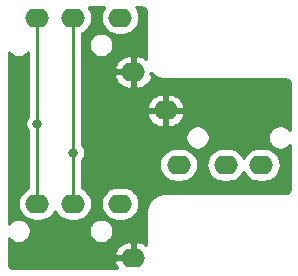
<source format=gbl>
G04 #@! TF.GenerationSoftware,KiCad,Pcbnew,5.1.4-e60b266~84~ubuntu16.04.1*
G04 #@! TF.CreationDate,2019-09-19T10:45:12-04:00*
G04 #@! TF.ProjectId,i2c_splitter,6932635f-7370-46c6-9974-7465722e6b69,1.0*
G04 #@! TF.SameCoordinates,Original*
G04 #@! TF.FileFunction,Copper,L2,Bot*
G04 #@! TF.FilePolarity,Positive*
%FSLAX46Y46*%
G04 Gerber Fmt 4.6, Leading zero omitted, Abs format (unit mm)*
G04 Created by KiCad (PCBNEW 5.1.4-e60b266~84~ubuntu16.04.1) date 2019-09-19 10:45:12*
%MOMM*%
%LPD*%
G04 APERTURE LIST*
%ADD10O,2.000000X1.600000*%
%ADD11C,0.800000*%
%ADD12C,0.250000*%
%ADD13C,0.254000*%
G04 APERTURE END LIST*
D10*
X143234000Y-95228000D03*
X144334000Y-99828000D03*
X151334000Y-99828000D03*
X148334000Y-99828000D03*
X140484000Y-107718000D03*
X139384000Y-103118000D03*
X132384000Y-103118000D03*
X135384000Y-103118000D03*
X140484000Y-91970000D03*
X139384000Y-87370000D03*
X132384000Y-87370000D03*
X135384000Y-87370000D03*
D11*
X132384000Y-96343000D03*
X135384000Y-98806000D03*
D12*
X132384000Y-102068000D02*
X132384000Y-96343000D01*
X132384000Y-103118000D02*
X132384000Y-102068000D01*
X132384000Y-96343000D02*
X132384000Y-87370000D01*
X135384000Y-102068000D02*
X135384000Y-98296000D01*
X135384000Y-103118000D02*
X135384000Y-102068000D01*
X135384000Y-98296000D02*
X135384000Y-87370000D01*
D13*
G36*
X137985068Y-86568899D02*
G01*
X137851818Y-86818192D01*
X137769764Y-87088691D01*
X137742057Y-87370000D01*
X137769764Y-87651309D01*
X137851818Y-87921808D01*
X137985068Y-88171101D01*
X138164392Y-88389608D01*
X138382899Y-88568932D01*
X138632192Y-88702182D01*
X138902691Y-88784236D01*
X139113508Y-88805000D01*
X139654492Y-88805000D01*
X139865309Y-88784236D01*
X140135808Y-88702182D01*
X140385101Y-88568932D01*
X140603608Y-88389608D01*
X140782932Y-88171101D01*
X140916182Y-87921808D01*
X140998236Y-87651309D01*
X141025943Y-87370000D01*
X140998236Y-87088691D01*
X140916182Y-86818192D01*
X140782932Y-86568899D01*
X140736236Y-86512000D01*
X141191719Y-86512000D01*
X141292533Y-86521885D01*
X141358457Y-86541789D01*
X141419255Y-86574115D01*
X141472619Y-86617639D01*
X141516512Y-86670696D01*
X141549266Y-86731271D01*
X141569628Y-86797053D01*
X141580000Y-86895731D01*
X141580001Y-90846195D01*
X141373227Y-90705570D01*
X141113306Y-90595404D01*
X140836887Y-90538063D01*
X140611000Y-90690526D01*
X140611000Y-91843000D01*
X140631000Y-91843000D01*
X140631000Y-92097000D01*
X140611000Y-92097000D01*
X140611000Y-93249474D01*
X140836887Y-93401937D01*
X141113306Y-93344596D01*
X141373227Y-93234430D01*
X141606662Y-93075673D01*
X141804639Y-92874425D01*
X141959551Y-92638421D01*
X142065444Y-92376730D01*
X142075904Y-92319039D01*
X141953916Y-92097002D01*
X142055096Y-92097002D01*
X142073969Y-92115744D01*
X142115851Y-92158513D01*
X142122952Y-92164387D01*
X142276614Y-92289711D01*
X142326423Y-92322803D01*
X142375795Y-92356610D01*
X142383902Y-92360993D01*
X142558980Y-92454084D01*
X142614275Y-92476875D01*
X142669270Y-92500446D01*
X142678074Y-92503171D01*
X142867900Y-92560482D01*
X142926566Y-92572098D01*
X142985087Y-92584537D01*
X142994252Y-92585500D01*
X143191593Y-92604850D01*
X143191598Y-92604850D01*
X143223581Y-92608000D01*
X153383719Y-92608000D01*
X153484533Y-92617885D01*
X153550457Y-92637789D01*
X153611255Y-92670115D01*
X153664619Y-92713639D01*
X153708512Y-92766696D01*
X153741266Y-92827271D01*
X153761628Y-92893053D01*
X153772000Y-92991731D01*
X153772000Y-96919206D01*
X153737937Y-96868226D01*
X153593774Y-96724063D01*
X153424256Y-96610795D01*
X153235898Y-96532774D01*
X153035939Y-96493000D01*
X152832061Y-96493000D01*
X152632102Y-96532774D01*
X152443744Y-96610795D01*
X152274226Y-96724063D01*
X152130063Y-96868226D01*
X152016795Y-97037744D01*
X151938774Y-97226102D01*
X151899000Y-97426061D01*
X151899000Y-97629939D01*
X151938774Y-97829898D01*
X152016795Y-98018256D01*
X152130063Y-98187774D01*
X152274226Y-98331937D01*
X152443744Y-98445205D01*
X152632102Y-98523226D01*
X152832061Y-98563000D01*
X153035939Y-98563000D01*
X153235898Y-98523226D01*
X153424256Y-98445205D01*
X153593774Y-98331937D01*
X153737937Y-98187774D01*
X153772001Y-98136794D01*
X153772001Y-101821709D01*
X153762115Y-101922531D01*
X153742211Y-101988458D01*
X153709885Y-102049255D01*
X153666362Y-102102618D01*
X153613300Y-102146515D01*
X153552727Y-102179266D01*
X153486947Y-102199628D01*
X153388269Y-102210000D01*
X143223581Y-102210000D01*
X143195309Y-102212784D01*
X143189088Y-102212741D01*
X143179917Y-102213641D01*
X142982715Y-102234368D01*
X142924151Y-102246390D01*
X142865362Y-102257604D01*
X142856540Y-102260268D01*
X142667118Y-102318903D01*
X142612005Y-102342071D01*
X142556507Y-102364493D01*
X142548371Y-102368820D01*
X142373947Y-102463130D01*
X142324331Y-102496597D01*
X142274301Y-102529335D01*
X142267160Y-102535159D01*
X142114376Y-102661553D01*
X142072237Y-102703988D01*
X142029487Y-102745851D01*
X142023613Y-102752952D01*
X141898289Y-102906614D01*
X141865174Y-102956456D01*
X141831390Y-103005796D01*
X141827007Y-103013902D01*
X141733916Y-103188980D01*
X141711125Y-103244275D01*
X141687554Y-103299270D01*
X141684829Y-103308073D01*
X141627518Y-103497900D01*
X141615900Y-103556580D01*
X141603463Y-103615087D01*
X141602500Y-103624252D01*
X141583150Y-103821594D01*
X141583150Y-103821599D01*
X141580000Y-103853582D01*
X141580001Y-106594195D01*
X141373227Y-106453570D01*
X141113306Y-106343404D01*
X140836887Y-106286063D01*
X140611000Y-106438526D01*
X140611000Y-107591000D01*
X140631000Y-107591000D01*
X140631000Y-107845000D01*
X140611000Y-107845000D01*
X140611000Y-107865000D01*
X140357000Y-107865000D01*
X140357000Y-107845000D01*
X139014085Y-107845000D01*
X138892096Y-108067039D01*
X138902556Y-108124730D01*
X139008449Y-108386421D01*
X139122386Y-108560000D01*
X130334281Y-108560000D01*
X130233469Y-108550115D01*
X130167542Y-108530211D01*
X130106745Y-108497885D01*
X130053382Y-108454362D01*
X130009485Y-108401300D01*
X129976734Y-108340727D01*
X129956372Y-108274947D01*
X129946000Y-108176269D01*
X129946000Y-107368961D01*
X138892096Y-107368961D01*
X139014085Y-107591000D01*
X140357000Y-107591000D01*
X140357000Y-106438526D01*
X140131113Y-106286063D01*
X139854694Y-106343404D01*
X139594773Y-106453570D01*
X139361338Y-106612327D01*
X139163361Y-106813575D01*
X139008449Y-107049579D01*
X138902556Y-107311270D01*
X138892096Y-107368961D01*
X129946000Y-107368961D01*
X129946000Y-106026795D01*
X129980063Y-106077774D01*
X130124226Y-106221937D01*
X130293744Y-106335205D01*
X130482102Y-106413226D01*
X130682061Y-106453000D01*
X130885939Y-106453000D01*
X131085898Y-106413226D01*
X131274256Y-106335205D01*
X131443774Y-106221937D01*
X131587937Y-106077774D01*
X131701205Y-105908256D01*
X131779226Y-105719898D01*
X131819000Y-105519939D01*
X131819000Y-105316061D01*
X136749000Y-105316061D01*
X136749000Y-105519939D01*
X136788774Y-105719898D01*
X136866795Y-105908256D01*
X136980063Y-106077774D01*
X137124226Y-106221937D01*
X137293744Y-106335205D01*
X137482102Y-106413226D01*
X137682061Y-106453000D01*
X137885939Y-106453000D01*
X138085898Y-106413226D01*
X138274256Y-106335205D01*
X138443774Y-106221937D01*
X138587937Y-106077774D01*
X138701205Y-105908256D01*
X138779226Y-105719898D01*
X138819000Y-105519939D01*
X138819000Y-105316061D01*
X138779226Y-105116102D01*
X138701205Y-104927744D01*
X138587937Y-104758226D01*
X138443774Y-104614063D01*
X138274256Y-104500795D01*
X138085898Y-104422774D01*
X137885939Y-104383000D01*
X137682061Y-104383000D01*
X137482102Y-104422774D01*
X137293744Y-104500795D01*
X137124226Y-104614063D01*
X136980063Y-104758226D01*
X136866795Y-104927744D01*
X136788774Y-105116102D01*
X136749000Y-105316061D01*
X131819000Y-105316061D01*
X131779226Y-105116102D01*
X131701205Y-104927744D01*
X131587937Y-104758226D01*
X131443774Y-104614063D01*
X131274256Y-104500795D01*
X131085898Y-104422774D01*
X130885939Y-104383000D01*
X130682061Y-104383000D01*
X130482102Y-104422774D01*
X130293744Y-104500795D01*
X130124226Y-104614063D01*
X129980063Y-104758226D01*
X129946000Y-104809205D01*
X129946000Y-90278795D01*
X129980063Y-90329774D01*
X130124226Y-90473937D01*
X130293744Y-90587205D01*
X130482102Y-90665226D01*
X130682061Y-90705000D01*
X130885939Y-90705000D01*
X131085898Y-90665226D01*
X131274256Y-90587205D01*
X131443774Y-90473937D01*
X131587937Y-90329774D01*
X131624001Y-90275801D01*
X131624000Y-95639289D01*
X131580063Y-95683226D01*
X131466795Y-95852744D01*
X131388774Y-96041102D01*
X131349000Y-96241061D01*
X131349000Y-96444939D01*
X131388774Y-96644898D01*
X131466795Y-96833256D01*
X131580063Y-97002774D01*
X131624001Y-97046712D01*
X131624000Y-101790197D01*
X131382899Y-101919068D01*
X131164392Y-102098392D01*
X130985068Y-102316899D01*
X130851818Y-102566192D01*
X130769764Y-102836691D01*
X130742057Y-103118000D01*
X130769764Y-103399309D01*
X130851818Y-103669808D01*
X130985068Y-103919101D01*
X131164392Y-104137608D01*
X131382899Y-104316932D01*
X131632192Y-104450182D01*
X131902691Y-104532236D01*
X132113508Y-104553000D01*
X132654492Y-104553000D01*
X132865309Y-104532236D01*
X133135808Y-104450182D01*
X133385101Y-104316932D01*
X133603608Y-104137608D01*
X133782932Y-103919101D01*
X133884000Y-103730016D01*
X133985068Y-103919101D01*
X134164392Y-104137608D01*
X134382899Y-104316932D01*
X134632192Y-104450182D01*
X134902691Y-104532236D01*
X135113508Y-104553000D01*
X135654492Y-104553000D01*
X135865309Y-104532236D01*
X136135808Y-104450182D01*
X136385101Y-104316932D01*
X136603608Y-104137608D01*
X136782932Y-103919101D01*
X136916182Y-103669808D01*
X136998236Y-103399309D01*
X137025943Y-103118000D01*
X137742057Y-103118000D01*
X137769764Y-103399309D01*
X137851818Y-103669808D01*
X137985068Y-103919101D01*
X138164392Y-104137608D01*
X138382899Y-104316932D01*
X138632192Y-104450182D01*
X138902691Y-104532236D01*
X139113508Y-104553000D01*
X139654492Y-104553000D01*
X139865309Y-104532236D01*
X140135808Y-104450182D01*
X140385101Y-104316932D01*
X140603608Y-104137608D01*
X140782932Y-103919101D01*
X140916182Y-103669808D01*
X140998236Y-103399309D01*
X141025943Y-103118000D01*
X140998236Y-102836691D01*
X140916182Y-102566192D01*
X140782932Y-102316899D01*
X140603608Y-102098392D01*
X140385101Y-101919068D01*
X140135808Y-101785818D01*
X139865309Y-101703764D01*
X139654492Y-101683000D01*
X139113508Y-101683000D01*
X138902691Y-101703764D01*
X138632192Y-101785818D01*
X138382899Y-101919068D01*
X138164392Y-102098392D01*
X137985068Y-102316899D01*
X137851818Y-102566192D01*
X137769764Y-102836691D01*
X137742057Y-103118000D01*
X137025943Y-103118000D01*
X136998236Y-102836691D01*
X136916182Y-102566192D01*
X136782932Y-102316899D01*
X136603608Y-102098392D01*
X136385101Y-101919068D01*
X136144000Y-101790197D01*
X136144000Y-99828000D01*
X142692057Y-99828000D01*
X142719764Y-100109309D01*
X142801818Y-100379808D01*
X142935068Y-100629101D01*
X143114392Y-100847608D01*
X143332899Y-101026932D01*
X143582192Y-101160182D01*
X143852691Y-101242236D01*
X144063508Y-101263000D01*
X144604492Y-101263000D01*
X144815309Y-101242236D01*
X145085808Y-101160182D01*
X145335101Y-101026932D01*
X145553608Y-100847608D01*
X145732932Y-100629101D01*
X145866182Y-100379808D01*
X145948236Y-100109309D01*
X145975943Y-99828000D01*
X146692057Y-99828000D01*
X146719764Y-100109309D01*
X146801818Y-100379808D01*
X146935068Y-100629101D01*
X147114392Y-100847608D01*
X147332899Y-101026932D01*
X147582192Y-101160182D01*
X147852691Y-101242236D01*
X148063508Y-101263000D01*
X148604492Y-101263000D01*
X148815309Y-101242236D01*
X149085808Y-101160182D01*
X149335101Y-101026932D01*
X149553608Y-100847608D01*
X149732932Y-100629101D01*
X149834000Y-100440016D01*
X149935068Y-100629101D01*
X150114392Y-100847608D01*
X150332899Y-101026932D01*
X150582192Y-101160182D01*
X150852691Y-101242236D01*
X151063508Y-101263000D01*
X151604492Y-101263000D01*
X151815309Y-101242236D01*
X152085808Y-101160182D01*
X152335101Y-101026932D01*
X152553608Y-100847608D01*
X152732932Y-100629101D01*
X152866182Y-100379808D01*
X152948236Y-100109309D01*
X152975943Y-99828000D01*
X152948236Y-99546691D01*
X152866182Y-99276192D01*
X152732932Y-99026899D01*
X152553608Y-98808392D01*
X152335101Y-98629068D01*
X152085808Y-98495818D01*
X151815309Y-98413764D01*
X151604492Y-98393000D01*
X151063508Y-98393000D01*
X150852691Y-98413764D01*
X150582192Y-98495818D01*
X150332899Y-98629068D01*
X150114392Y-98808392D01*
X149935068Y-99026899D01*
X149834000Y-99215984D01*
X149732932Y-99026899D01*
X149553608Y-98808392D01*
X149335101Y-98629068D01*
X149085808Y-98495818D01*
X148815309Y-98413764D01*
X148604492Y-98393000D01*
X148063508Y-98393000D01*
X147852691Y-98413764D01*
X147582192Y-98495818D01*
X147332899Y-98629068D01*
X147114392Y-98808392D01*
X146935068Y-99026899D01*
X146801818Y-99276192D01*
X146719764Y-99546691D01*
X146692057Y-99828000D01*
X145975943Y-99828000D01*
X145948236Y-99546691D01*
X145866182Y-99276192D01*
X145732932Y-99026899D01*
X145553608Y-98808392D01*
X145335101Y-98629068D01*
X145085808Y-98495818D01*
X144815309Y-98413764D01*
X144604492Y-98393000D01*
X144063508Y-98393000D01*
X143852691Y-98413764D01*
X143582192Y-98495818D01*
X143332899Y-98629068D01*
X143114392Y-98808392D01*
X142935068Y-99026899D01*
X142801818Y-99276192D01*
X142719764Y-99546691D01*
X142692057Y-99828000D01*
X136144000Y-99828000D01*
X136144000Y-99509711D01*
X136187937Y-99465774D01*
X136301205Y-99296256D01*
X136379226Y-99107898D01*
X136419000Y-98907939D01*
X136419000Y-98704061D01*
X136379226Y-98504102D01*
X136301205Y-98315744D01*
X136187937Y-98146226D01*
X136144000Y-98102289D01*
X136144000Y-97426061D01*
X144899000Y-97426061D01*
X144899000Y-97629939D01*
X144938774Y-97829898D01*
X145016795Y-98018256D01*
X145130063Y-98187774D01*
X145274226Y-98331937D01*
X145443744Y-98445205D01*
X145632102Y-98523226D01*
X145832061Y-98563000D01*
X146035939Y-98563000D01*
X146235898Y-98523226D01*
X146424256Y-98445205D01*
X146593774Y-98331937D01*
X146737937Y-98187774D01*
X146851205Y-98018256D01*
X146929226Y-97829898D01*
X146969000Y-97629939D01*
X146969000Y-97426061D01*
X146929226Y-97226102D01*
X146851205Y-97037744D01*
X146737937Y-96868226D01*
X146593774Y-96724063D01*
X146424256Y-96610795D01*
X146235898Y-96532774D01*
X146035939Y-96493000D01*
X145832061Y-96493000D01*
X145632102Y-96532774D01*
X145443744Y-96610795D01*
X145274226Y-96724063D01*
X145130063Y-96868226D01*
X145016795Y-97037744D01*
X144938774Y-97226102D01*
X144899000Y-97426061D01*
X136144000Y-97426061D01*
X136144000Y-95577039D01*
X141642096Y-95577039D01*
X141652556Y-95634730D01*
X141758449Y-95896421D01*
X141913361Y-96132425D01*
X142111338Y-96333673D01*
X142344773Y-96492430D01*
X142604694Y-96602596D01*
X142881113Y-96659937D01*
X143107000Y-96507474D01*
X143107000Y-95355000D01*
X143361000Y-95355000D01*
X143361000Y-96507474D01*
X143586887Y-96659937D01*
X143863306Y-96602596D01*
X144123227Y-96492430D01*
X144356662Y-96333673D01*
X144554639Y-96132425D01*
X144709551Y-95896421D01*
X144815444Y-95634730D01*
X144825904Y-95577039D01*
X144703915Y-95355000D01*
X143361000Y-95355000D01*
X143107000Y-95355000D01*
X141764085Y-95355000D01*
X141642096Y-95577039D01*
X136144000Y-95577039D01*
X136144000Y-94878961D01*
X141642096Y-94878961D01*
X141764085Y-95101000D01*
X143107000Y-95101000D01*
X143107000Y-93948526D01*
X143361000Y-93948526D01*
X143361000Y-95101000D01*
X144703915Y-95101000D01*
X144825904Y-94878961D01*
X144815444Y-94821270D01*
X144709551Y-94559579D01*
X144554639Y-94323575D01*
X144356662Y-94122327D01*
X144123227Y-93963570D01*
X143863306Y-93853404D01*
X143586887Y-93796063D01*
X143361000Y-93948526D01*
X143107000Y-93948526D01*
X142881113Y-93796063D01*
X142604694Y-93853404D01*
X142344773Y-93963570D01*
X142111338Y-94122327D01*
X141913361Y-94323575D01*
X141758449Y-94559579D01*
X141652556Y-94821270D01*
X141642096Y-94878961D01*
X136144000Y-94878961D01*
X136144000Y-92319039D01*
X138892096Y-92319039D01*
X138902556Y-92376730D01*
X139008449Y-92638421D01*
X139163361Y-92874425D01*
X139361338Y-93075673D01*
X139594773Y-93234430D01*
X139854694Y-93344596D01*
X140131113Y-93401937D01*
X140357000Y-93249474D01*
X140357000Y-92097000D01*
X139014085Y-92097000D01*
X138892096Y-92319039D01*
X136144000Y-92319039D01*
X136144000Y-91620961D01*
X138892096Y-91620961D01*
X139014085Y-91843000D01*
X140357000Y-91843000D01*
X140357000Y-90690526D01*
X140131113Y-90538063D01*
X139854694Y-90595404D01*
X139594773Y-90705570D01*
X139361338Y-90864327D01*
X139163361Y-91065575D01*
X139008449Y-91301579D01*
X138902556Y-91563270D01*
X138892096Y-91620961D01*
X136144000Y-91620961D01*
X136144000Y-89568061D01*
X136749000Y-89568061D01*
X136749000Y-89771939D01*
X136788774Y-89971898D01*
X136866795Y-90160256D01*
X136980063Y-90329774D01*
X137124226Y-90473937D01*
X137293744Y-90587205D01*
X137482102Y-90665226D01*
X137682061Y-90705000D01*
X137885939Y-90705000D01*
X138085898Y-90665226D01*
X138274256Y-90587205D01*
X138443774Y-90473937D01*
X138587937Y-90329774D01*
X138701205Y-90160256D01*
X138779226Y-89971898D01*
X138819000Y-89771939D01*
X138819000Y-89568061D01*
X138779226Y-89368102D01*
X138701205Y-89179744D01*
X138587937Y-89010226D01*
X138443774Y-88866063D01*
X138274256Y-88752795D01*
X138085898Y-88674774D01*
X137885939Y-88635000D01*
X137682061Y-88635000D01*
X137482102Y-88674774D01*
X137293744Y-88752795D01*
X137124226Y-88866063D01*
X136980063Y-89010226D01*
X136866795Y-89179744D01*
X136788774Y-89368102D01*
X136749000Y-89568061D01*
X136144000Y-89568061D01*
X136144000Y-88697803D01*
X136385101Y-88568932D01*
X136603608Y-88389608D01*
X136782932Y-88171101D01*
X136916182Y-87921808D01*
X136998236Y-87651309D01*
X137025943Y-87370000D01*
X136998236Y-87088691D01*
X136916182Y-86818192D01*
X136782932Y-86568899D01*
X136736236Y-86512000D01*
X138031764Y-86512000D01*
X137985068Y-86568899D01*
X137985068Y-86568899D01*
G37*
X137985068Y-86568899D02*
X137851818Y-86818192D01*
X137769764Y-87088691D01*
X137742057Y-87370000D01*
X137769764Y-87651309D01*
X137851818Y-87921808D01*
X137985068Y-88171101D01*
X138164392Y-88389608D01*
X138382899Y-88568932D01*
X138632192Y-88702182D01*
X138902691Y-88784236D01*
X139113508Y-88805000D01*
X139654492Y-88805000D01*
X139865309Y-88784236D01*
X140135808Y-88702182D01*
X140385101Y-88568932D01*
X140603608Y-88389608D01*
X140782932Y-88171101D01*
X140916182Y-87921808D01*
X140998236Y-87651309D01*
X141025943Y-87370000D01*
X140998236Y-87088691D01*
X140916182Y-86818192D01*
X140782932Y-86568899D01*
X140736236Y-86512000D01*
X141191719Y-86512000D01*
X141292533Y-86521885D01*
X141358457Y-86541789D01*
X141419255Y-86574115D01*
X141472619Y-86617639D01*
X141516512Y-86670696D01*
X141549266Y-86731271D01*
X141569628Y-86797053D01*
X141580000Y-86895731D01*
X141580001Y-90846195D01*
X141373227Y-90705570D01*
X141113306Y-90595404D01*
X140836887Y-90538063D01*
X140611000Y-90690526D01*
X140611000Y-91843000D01*
X140631000Y-91843000D01*
X140631000Y-92097000D01*
X140611000Y-92097000D01*
X140611000Y-93249474D01*
X140836887Y-93401937D01*
X141113306Y-93344596D01*
X141373227Y-93234430D01*
X141606662Y-93075673D01*
X141804639Y-92874425D01*
X141959551Y-92638421D01*
X142065444Y-92376730D01*
X142075904Y-92319039D01*
X141953916Y-92097002D01*
X142055096Y-92097002D01*
X142073969Y-92115744D01*
X142115851Y-92158513D01*
X142122952Y-92164387D01*
X142276614Y-92289711D01*
X142326423Y-92322803D01*
X142375795Y-92356610D01*
X142383902Y-92360993D01*
X142558980Y-92454084D01*
X142614275Y-92476875D01*
X142669270Y-92500446D01*
X142678074Y-92503171D01*
X142867900Y-92560482D01*
X142926566Y-92572098D01*
X142985087Y-92584537D01*
X142994252Y-92585500D01*
X143191593Y-92604850D01*
X143191598Y-92604850D01*
X143223581Y-92608000D01*
X153383719Y-92608000D01*
X153484533Y-92617885D01*
X153550457Y-92637789D01*
X153611255Y-92670115D01*
X153664619Y-92713639D01*
X153708512Y-92766696D01*
X153741266Y-92827271D01*
X153761628Y-92893053D01*
X153772000Y-92991731D01*
X153772000Y-96919206D01*
X153737937Y-96868226D01*
X153593774Y-96724063D01*
X153424256Y-96610795D01*
X153235898Y-96532774D01*
X153035939Y-96493000D01*
X152832061Y-96493000D01*
X152632102Y-96532774D01*
X152443744Y-96610795D01*
X152274226Y-96724063D01*
X152130063Y-96868226D01*
X152016795Y-97037744D01*
X151938774Y-97226102D01*
X151899000Y-97426061D01*
X151899000Y-97629939D01*
X151938774Y-97829898D01*
X152016795Y-98018256D01*
X152130063Y-98187774D01*
X152274226Y-98331937D01*
X152443744Y-98445205D01*
X152632102Y-98523226D01*
X152832061Y-98563000D01*
X153035939Y-98563000D01*
X153235898Y-98523226D01*
X153424256Y-98445205D01*
X153593774Y-98331937D01*
X153737937Y-98187774D01*
X153772001Y-98136794D01*
X153772001Y-101821709D01*
X153762115Y-101922531D01*
X153742211Y-101988458D01*
X153709885Y-102049255D01*
X153666362Y-102102618D01*
X153613300Y-102146515D01*
X153552727Y-102179266D01*
X153486947Y-102199628D01*
X153388269Y-102210000D01*
X143223581Y-102210000D01*
X143195309Y-102212784D01*
X143189088Y-102212741D01*
X143179917Y-102213641D01*
X142982715Y-102234368D01*
X142924151Y-102246390D01*
X142865362Y-102257604D01*
X142856540Y-102260268D01*
X142667118Y-102318903D01*
X142612005Y-102342071D01*
X142556507Y-102364493D01*
X142548371Y-102368820D01*
X142373947Y-102463130D01*
X142324331Y-102496597D01*
X142274301Y-102529335D01*
X142267160Y-102535159D01*
X142114376Y-102661553D01*
X142072237Y-102703988D01*
X142029487Y-102745851D01*
X142023613Y-102752952D01*
X141898289Y-102906614D01*
X141865174Y-102956456D01*
X141831390Y-103005796D01*
X141827007Y-103013902D01*
X141733916Y-103188980D01*
X141711125Y-103244275D01*
X141687554Y-103299270D01*
X141684829Y-103308073D01*
X141627518Y-103497900D01*
X141615900Y-103556580D01*
X141603463Y-103615087D01*
X141602500Y-103624252D01*
X141583150Y-103821594D01*
X141583150Y-103821599D01*
X141580000Y-103853582D01*
X141580001Y-106594195D01*
X141373227Y-106453570D01*
X141113306Y-106343404D01*
X140836887Y-106286063D01*
X140611000Y-106438526D01*
X140611000Y-107591000D01*
X140631000Y-107591000D01*
X140631000Y-107845000D01*
X140611000Y-107845000D01*
X140611000Y-107865000D01*
X140357000Y-107865000D01*
X140357000Y-107845000D01*
X139014085Y-107845000D01*
X138892096Y-108067039D01*
X138902556Y-108124730D01*
X139008449Y-108386421D01*
X139122386Y-108560000D01*
X130334281Y-108560000D01*
X130233469Y-108550115D01*
X130167542Y-108530211D01*
X130106745Y-108497885D01*
X130053382Y-108454362D01*
X130009485Y-108401300D01*
X129976734Y-108340727D01*
X129956372Y-108274947D01*
X129946000Y-108176269D01*
X129946000Y-107368961D01*
X138892096Y-107368961D01*
X139014085Y-107591000D01*
X140357000Y-107591000D01*
X140357000Y-106438526D01*
X140131113Y-106286063D01*
X139854694Y-106343404D01*
X139594773Y-106453570D01*
X139361338Y-106612327D01*
X139163361Y-106813575D01*
X139008449Y-107049579D01*
X138902556Y-107311270D01*
X138892096Y-107368961D01*
X129946000Y-107368961D01*
X129946000Y-106026795D01*
X129980063Y-106077774D01*
X130124226Y-106221937D01*
X130293744Y-106335205D01*
X130482102Y-106413226D01*
X130682061Y-106453000D01*
X130885939Y-106453000D01*
X131085898Y-106413226D01*
X131274256Y-106335205D01*
X131443774Y-106221937D01*
X131587937Y-106077774D01*
X131701205Y-105908256D01*
X131779226Y-105719898D01*
X131819000Y-105519939D01*
X131819000Y-105316061D01*
X136749000Y-105316061D01*
X136749000Y-105519939D01*
X136788774Y-105719898D01*
X136866795Y-105908256D01*
X136980063Y-106077774D01*
X137124226Y-106221937D01*
X137293744Y-106335205D01*
X137482102Y-106413226D01*
X137682061Y-106453000D01*
X137885939Y-106453000D01*
X138085898Y-106413226D01*
X138274256Y-106335205D01*
X138443774Y-106221937D01*
X138587937Y-106077774D01*
X138701205Y-105908256D01*
X138779226Y-105719898D01*
X138819000Y-105519939D01*
X138819000Y-105316061D01*
X138779226Y-105116102D01*
X138701205Y-104927744D01*
X138587937Y-104758226D01*
X138443774Y-104614063D01*
X138274256Y-104500795D01*
X138085898Y-104422774D01*
X137885939Y-104383000D01*
X137682061Y-104383000D01*
X137482102Y-104422774D01*
X137293744Y-104500795D01*
X137124226Y-104614063D01*
X136980063Y-104758226D01*
X136866795Y-104927744D01*
X136788774Y-105116102D01*
X136749000Y-105316061D01*
X131819000Y-105316061D01*
X131779226Y-105116102D01*
X131701205Y-104927744D01*
X131587937Y-104758226D01*
X131443774Y-104614063D01*
X131274256Y-104500795D01*
X131085898Y-104422774D01*
X130885939Y-104383000D01*
X130682061Y-104383000D01*
X130482102Y-104422774D01*
X130293744Y-104500795D01*
X130124226Y-104614063D01*
X129980063Y-104758226D01*
X129946000Y-104809205D01*
X129946000Y-90278795D01*
X129980063Y-90329774D01*
X130124226Y-90473937D01*
X130293744Y-90587205D01*
X130482102Y-90665226D01*
X130682061Y-90705000D01*
X130885939Y-90705000D01*
X131085898Y-90665226D01*
X131274256Y-90587205D01*
X131443774Y-90473937D01*
X131587937Y-90329774D01*
X131624001Y-90275801D01*
X131624000Y-95639289D01*
X131580063Y-95683226D01*
X131466795Y-95852744D01*
X131388774Y-96041102D01*
X131349000Y-96241061D01*
X131349000Y-96444939D01*
X131388774Y-96644898D01*
X131466795Y-96833256D01*
X131580063Y-97002774D01*
X131624001Y-97046712D01*
X131624000Y-101790197D01*
X131382899Y-101919068D01*
X131164392Y-102098392D01*
X130985068Y-102316899D01*
X130851818Y-102566192D01*
X130769764Y-102836691D01*
X130742057Y-103118000D01*
X130769764Y-103399309D01*
X130851818Y-103669808D01*
X130985068Y-103919101D01*
X131164392Y-104137608D01*
X131382899Y-104316932D01*
X131632192Y-104450182D01*
X131902691Y-104532236D01*
X132113508Y-104553000D01*
X132654492Y-104553000D01*
X132865309Y-104532236D01*
X133135808Y-104450182D01*
X133385101Y-104316932D01*
X133603608Y-104137608D01*
X133782932Y-103919101D01*
X133884000Y-103730016D01*
X133985068Y-103919101D01*
X134164392Y-104137608D01*
X134382899Y-104316932D01*
X134632192Y-104450182D01*
X134902691Y-104532236D01*
X135113508Y-104553000D01*
X135654492Y-104553000D01*
X135865309Y-104532236D01*
X136135808Y-104450182D01*
X136385101Y-104316932D01*
X136603608Y-104137608D01*
X136782932Y-103919101D01*
X136916182Y-103669808D01*
X136998236Y-103399309D01*
X137025943Y-103118000D01*
X137742057Y-103118000D01*
X137769764Y-103399309D01*
X137851818Y-103669808D01*
X137985068Y-103919101D01*
X138164392Y-104137608D01*
X138382899Y-104316932D01*
X138632192Y-104450182D01*
X138902691Y-104532236D01*
X139113508Y-104553000D01*
X139654492Y-104553000D01*
X139865309Y-104532236D01*
X140135808Y-104450182D01*
X140385101Y-104316932D01*
X140603608Y-104137608D01*
X140782932Y-103919101D01*
X140916182Y-103669808D01*
X140998236Y-103399309D01*
X141025943Y-103118000D01*
X140998236Y-102836691D01*
X140916182Y-102566192D01*
X140782932Y-102316899D01*
X140603608Y-102098392D01*
X140385101Y-101919068D01*
X140135808Y-101785818D01*
X139865309Y-101703764D01*
X139654492Y-101683000D01*
X139113508Y-101683000D01*
X138902691Y-101703764D01*
X138632192Y-101785818D01*
X138382899Y-101919068D01*
X138164392Y-102098392D01*
X137985068Y-102316899D01*
X137851818Y-102566192D01*
X137769764Y-102836691D01*
X137742057Y-103118000D01*
X137025943Y-103118000D01*
X136998236Y-102836691D01*
X136916182Y-102566192D01*
X136782932Y-102316899D01*
X136603608Y-102098392D01*
X136385101Y-101919068D01*
X136144000Y-101790197D01*
X136144000Y-99828000D01*
X142692057Y-99828000D01*
X142719764Y-100109309D01*
X142801818Y-100379808D01*
X142935068Y-100629101D01*
X143114392Y-100847608D01*
X143332899Y-101026932D01*
X143582192Y-101160182D01*
X143852691Y-101242236D01*
X144063508Y-101263000D01*
X144604492Y-101263000D01*
X144815309Y-101242236D01*
X145085808Y-101160182D01*
X145335101Y-101026932D01*
X145553608Y-100847608D01*
X145732932Y-100629101D01*
X145866182Y-100379808D01*
X145948236Y-100109309D01*
X145975943Y-99828000D01*
X146692057Y-99828000D01*
X146719764Y-100109309D01*
X146801818Y-100379808D01*
X146935068Y-100629101D01*
X147114392Y-100847608D01*
X147332899Y-101026932D01*
X147582192Y-101160182D01*
X147852691Y-101242236D01*
X148063508Y-101263000D01*
X148604492Y-101263000D01*
X148815309Y-101242236D01*
X149085808Y-101160182D01*
X149335101Y-101026932D01*
X149553608Y-100847608D01*
X149732932Y-100629101D01*
X149834000Y-100440016D01*
X149935068Y-100629101D01*
X150114392Y-100847608D01*
X150332899Y-101026932D01*
X150582192Y-101160182D01*
X150852691Y-101242236D01*
X151063508Y-101263000D01*
X151604492Y-101263000D01*
X151815309Y-101242236D01*
X152085808Y-101160182D01*
X152335101Y-101026932D01*
X152553608Y-100847608D01*
X152732932Y-100629101D01*
X152866182Y-100379808D01*
X152948236Y-100109309D01*
X152975943Y-99828000D01*
X152948236Y-99546691D01*
X152866182Y-99276192D01*
X152732932Y-99026899D01*
X152553608Y-98808392D01*
X152335101Y-98629068D01*
X152085808Y-98495818D01*
X151815309Y-98413764D01*
X151604492Y-98393000D01*
X151063508Y-98393000D01*
X150852691Y-98413764D01*
X150582192Y-98495818D01*
X150332899Y-98629068D01*
X150114392Y-98808392D01*
X149935068Y-99026899D01*
X149834000Y-99215984D01*
X149732932Y-99026899D01*
X149553608Y-98808392D01*
X149335101Y-98629068D01*
X149085808Y-98495818D01*
X148815309Y-98413764D01*
X148604492Y-98393000D01*
X148063508Y-98393000D01*
X147852691Y-98413764D01*
X147582192Y-98495818D01*
X147332899Y-98629068D01*
X147114392Y-98808392D01*
X146935068Y-99026899D01*
X146801818Y-99276192D01*
X146719764Y-99546691D01*
X146692057Y-99828000D01*
X145975943Y-99828000D01*
X145948236Y-99546691D01*
X145866182Y-99276192D01*
X145732932Y-99026899D01*
X145553608Y-98808392D01*
X145335101Y-98629068D01*
X145085808Y-98495818D01*
X144815309Y-98413764D01*
X144604492Y-98393000D01*
X144063508Y-98393000D01*
X143852691Y-98413764D01*
X143582192Y-98495818D01*
X143332899Y-98629068D01*
X143114392Y-98808392D01*
X142935068Y-99026899D01*
X142801818Y-99276192D01*
X142719764Y-99546691D01*
X142692057Y-99828000D01*
X136144000Y-99828000D01*
X136144000Y-99509711D01*
X136187937Y-99465774D01*
X136301205Y-99296256D01*
X136379226Y-99107898D01*
X136419000Y-98907939D01*
X136419000Y-98704061D01*
X136379226Y-98504102D01*
X136301205Y-98315744D01*
X136187937Y-98146226D01*
X136144000Y-98102289D01*
X136144000Y-97426061D01*
X144899000Y-97426061D01*
X144899000Y-97629939D01*
X144938774Y-97829898D01*
X145016795Y-98018256D01*
X145130063Y-98187774D01*
X145274226Y-98331937D01*
X145443744Y-98445205D01*
X145632102Y-98523226D01*
X145832061Y-98563000D01*
X146035939Y-98563000D01*
X146235898Y-98523226D01*
X146424256Y-98445205D01*
X146593774Y-98331937D01*
X146737937Y-98187774D01*
X146851205Y-98018256D01*
X146929226Y-97829898D01*
X146969000Y-97629939D01*
X146969000Y-97426061D01*
X146929226Y-97226102D01*
X146851205Y-97037744D01*
X146737937Y-96868226D01*
X146593774Y-96724063D01*
X146424256Y-96610795D01*
X146235898Y-96532774D01*
X146035939Y-96493000D01*
X145832061Y-96493000D01*
X145632102Y-96532774D01*
X145443744Y-96610795D01*
X145274226Y-96724063D01*
X145130063Y-96868226D01*
X145016795Y-97037744D01*
X144938774Y-97226102D01*
X144899000Y-97426061D01*
X136144000Y-97426061D01*
X136144000Y-95577039D01*
X141642096Y-95577039D01*
X141652556Y-95634730D01*
X141758449Y-95896421D01*
X141913361Y-96132425D01*
X142111338Y-96333673D01*
X142344773Y-96492430D01*
X142604694Y-96602596D01*
X142881113Y-96659937D01*
X143107000Y-96507474D01*
X143107000Y-95355000D01*
X143361000Y-95355000D01*
X143361000Y-96507474D01*
X143586887Y-96659937D01*
X143863306Y-96602596D01*
X144123227Y-96492430D01*
X144356662Y-96333673D01*
X144554639Y-96132425D01*
X144709551Y-95896421D01*
X144815444Y-95634730D01*
X144825904Y-95577039D01*
X144703915Y-95355000D01*
X143361000Y-95355000D01*
X143107000Y-95355000D01*
X141764085Y-95355000D01*
X141642096Y-95577039D01*
X136144000Y-95577039D01*
X136144000Y-94878961D01*
X141642096Y-94878961D01*
X141764085Y-95101000D01*
X143107000Y-95101000D01*
X143107000Y-93948526D01*
X143361000Y-93948526D01*
X143361000Y-95101000D01*
X144703915Y-95101000D01*
X144825904Y-94878961D01*
X144815444Y-94821270D01*
X144709551Y-94559579D01*
X144554639Y-94323575D01*
X144356662Y-94122327D01*
X144123227Y-93963570D01*
X143863306Y-93853404D01*
X143586887Y-93796063D01*
X143361000Y-93948526D01*
X143107000Y-93948526D01*
X142881113Y-93796063D01*
X142604694Y-93853404D01*
X142344773Y-93963570D01*
X142111338Y-94122327D01*
X141913361Y-94323575D01*
X141758449Y-94559579D01*
X141652556Y-94821270D01*
X141642096Y-94878961D01*
X136144000Y-94878961D01*
X136144000Y-92319039D01*
X138892096Y-92319039D01*
X138902556Y-92376730D01*
X139008449Y-92638421D01*
X139163361Y-92874425D01*
X139361338Y-93075673D01*
X139594773Y-93234430D01*
X139854694Y-93344596D01*
X140131113Y-93401937D01*
X140357000Y-93249474D01*
X140357000Y-92097000D01*
X139014085Y-92097000D01*
X138892096Y-92319039D01*
X136144000Y-92319039D01*
X136144000Y-91620961D01*
X138892096Y-91620961D01*
X139014085Y-91843000D01*
X140357000Y-91843000D01*
X140357000Y-90690526D01*
X140131113Y-90538063D01*
X139854694Y-90595404D01*
X139594773Y-90705570D01*
X139361338Y-90864327D01*
X139163361Y-91065575D01*
X139008449Y-91301579D01*
X138902556Y-91563270D01*
X138892096Y-91620961D01*
X136144000Y-91620961D01*
X136144000Y-89568061D01*
X136749000Y-89568061D01*
X136749000Y-89771939D01*
X136788774Y-89971898D01*
X136866795Y-90160256D01*
X136980063Y-90329774D01*
X137124226Y-90473937D01*
X137293744Y-90587205D01*
X137482102Y-90665226D01*
X137682061Y-90705000D01*
X137885939Y-90705000D01*
X138085898Y-90665226D01*
X138274256Y-90587205D01*
X138443774Y-90473937D01*
X138587937Y-90329774D01*
X138701205Y-90160256D01*
X138779226Y-89971898D01*
X138819000Y-89771939D01*
X138819000Y-89568061D01*
X138779226Y-89368102D01*
X138701205Y-89179744D01*
X138587937Y-89010226D01*
X138443774Y-88866063D01*
X138274256Y-88752795D01*
X138085898Y-88674774D01*
X137885939Y-88635000D01*
X137682061Y-88635000D01*
X137482102Y-88674774D01*
X137293744Y-88752795D01*
X137124226Y-88866063D01*
X136980063Y-89010226D01*
X136866795Y-89179744D01*
X136788774Y-89368102D01*
X136749000Y-89568061D01*
X136144000Y-89568061D01*
X136144000Y-88697803D01*
X136385101Y-88568932D01*
X136603608Y-88389608D01*
X136782932Y-88171101D01*
X136916182Y-87921808D01*
X136998236Y-87651309D01*
X137025943Y-87370000D01*
X136998236Y-87088691D01*
X136916182Y-86818192D01*
X136782932Y-86568899D01*
X136736236Y-86512000D01*
X138031764Y-86512000D01*
X137985068Y-86568899D01*
M02*

</source>
